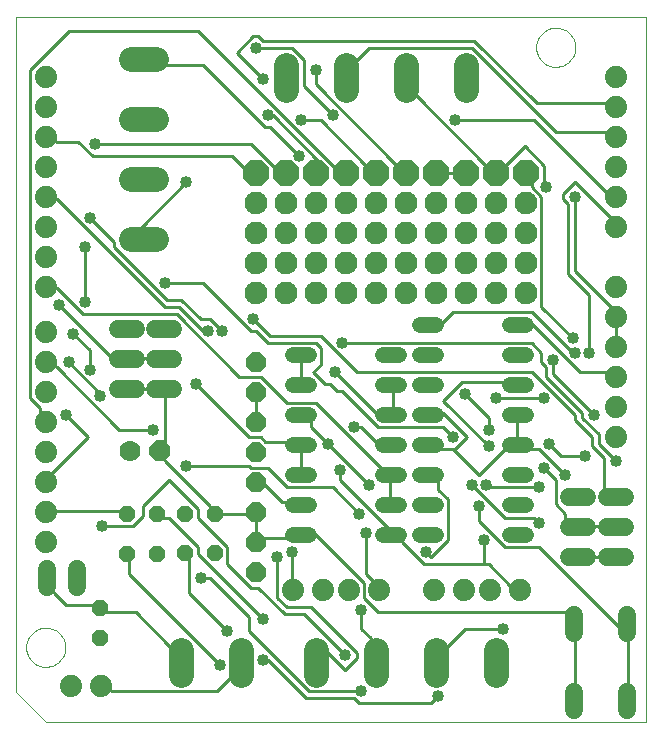
<source format=gtl>
G75*
G70*
%OFA0B0*%
%FSLAX24Y24*%
%IPPOS*%
%LPD*%
%AMOC8*
5,1,8,0,0,1.08239X$1,22.5*
%
%ADD10C,0.0000*%
%ADD11C,0.0740*%
%ADD12C,0.0520*%
%ADD13OC8,0.0700*%
%ADD14C,0.0700*%
%ADD15C,0.0825*%
%ADD16C,0.0600*%
%ADD17OC8,0.0520*%
%ADD18OC8,0.0850*%
%ADD19OC8,0.0660*%
%ADD20C,0.0100*%
%ADD21C,0.0400*%
%ADD22C,0.0760*%
D10*
X001504Y006259D02*
X021504Y006259D01*
X021504Y029759D01*
X000504Y029759D01*
X000504Y007259D01*
X001504Y006259D01*
X000854Y008759D02*
X000856Y008809D01*
X000862Y008859D01*
X000872Y008909D01*
X000885Y008957D01*
X000902Y009005D01*
X000923Y009051D01*
X000947Y009095D01*
X000975Y009137D01*
X001006Y009177D01*
X001040Y009214D01*
X001077Y009249D01*
X001116Y009280D01*
X001157Y009309D01*
X001201Y009334D01*
X001247Y009356D01*
X001294Y009374D01*
X001342Y009388D01*
X001391Y009399D01*
X001441Y009406D01*
X001491Y009409D01*
X001542Y009408D01*
X001592Y009403D01*
X001642Y009394D01*
X001690Y009382D01*
X001738Y009365D01*
X001784Y009345D01*
X001829Y009322D01*
X001872Y009295D01*
X001912Y009265D01*
X001950Y009232D01*
X001985Y009196D01*
X002018Y009157D01*
X002047Y009116D01*
X002073Y009073D01*
X002096Y009028D01*
X002115Y008981D01*
X002130Y008933D01*
X002142Y008884D01*
X002150Y008834D01*
X002154Y008784D01*
X002154Y008734D01*
X002150Y008684D01*
X002142Y008634D01*
X002130Y008585D01*
X002115Y008537D01*
X002096Y008490D01*
X002073Y008445D01*
X002047Y008402D01*
X002018Y008361D01*
X001985Y008322D01*
X001950Y008286D01*
X001912Y008253D01*
X001872Y008223D01*
X001829Y008196D01*
X001784Y008173D01*
X001738Y008153D01*
X001690Y008136D01*
X001642Y008124D01*
X001592Y008115D01*
X001542Y008110D01*
X001491Y008109D01*
X001441Y008112D01*
X001391Y008119D01*
X001342Y008130D01*
X001294Y008144D01*
X001247Y008162D01*
X001201Y008184D01*
X001157Y008209D01*
X001116Y008238D01*
X001077Y008269D01*
X001040Y008304D01*
X001006Y008341D01*
X000975Y008381D01*
X000947Y008423D01*
X000923Y008467D01*
X000902Y008513D01*
X000885Y008561D01*
X000872Y008609D01*
X000862Y008659D01*
X000856Y008709D01*
X000854Y008759D01*
X017854Y028759D02*
X017856Y028809D01*
X017862Y028859D01*
X017872Y028909D01*
X017885Y028957D01*
X017902Y029005D01*
X017923Y029051D01*
X017947Y029095D01*
X017975Y029137D01*
X018006Y029177D01*
X018040Y029214D01*
X018077Y029249D01*
X018116Y029280D01*
X018157Y029309D01*
X018201Y029334D01*
X018247Y029356D01*
X018294Y029374D01*
X018342Y029388D01*
X018391Y029399D01*
X018441Y029406D01*
X018491Y029409D01*
X018542Y029408D01*
X018592Y029403D01*
X018642Y029394D01*
X018690Y029382D01*
X018738Y029365D01*
X018784Y029345D01*
X018829Y029322D01*
X018872Y029295D01*
X018912Y029265D01*
X018950Y029232D01*
X018985Y029196D01*
X019018Y029157D01*
X019047Y029116D01*
X019073Y029073D01*
X019096Y029028D01*
X019115Y028981D01*
X019130Y028933D01*
X019142Y028884D01*
X019150Y028834D01*
X019154Y028784D01*
X019154Y028734D01*
X019150Y028684D01*
X019142Y028634D01*
X019130Y028585D01*
X019115Y028537D01*
X019096Y028490D01*
X019073Y028445D01*
X019047Y028402D01*
X019018Y028361D01*
X018985Y028322D01*
X018950Y028286D01*
X018912Y028253D01*
X018872Y028223D01*
X018829Y028196D01*
X018784Y028173D01*
X018738Y028153D01*
X018690Y028136D01*
X018642Y028124D01*
X018592Y028115D01*
X018542Y028110D01*
X018491Y028109D01*
X018441Y028112D01*
X018391Y028119D01*
X018342Y028130D01*
X018294Y028144D01*
X018247Y028162D01*
X018201Y028184D01*
X018157Y028209D01*
X018116Y028238D01*
X018077Y028269D01*
X018040Y028304D01*
X018006Y028341D01*
X017975Y028381D01*
X017947Y028423D01*
X017923Y028467D01*
X017902Y028513D01*
X017885Y028561D01*
X017872Y028609D01*
X017862Y028659D01*
X017856Y028709D01*
X017854Y028759D01*
D11*
X020504Y027759D03*
X020504Y026759D03*
X020504Y025759D03*
X020504Y024759D03*
X020504Y023759D03*
X020504Y022759D03*
X020504Y020759D03*
X020504Y019759D03*
X020504Y018759D03*
X020504Y017759D03*
X020504Y016759D03*
X020504Y015759D03*
X017304Y010659D03*
X016304Y010659D03*
X015454Y010659D03*
X014454Y010659D03*
X012604Y010659D03*
X011604Y010659D03*
X010754Y010659D03*
X009754Y010659D03*
X003354Y007459D03*
X002354Y007459D03*
X001504Y012259D03*
X001504Y013259D03*
X001504Y014259D03*
X001504Y015259D03*
X001504Y016259D03*
X001504Y017259D03*
X001504Y018259D03*
X001504Y019259D03*
X001504Y020759D03*
X001504Y021759D03*
X001504Y022759D03*
X001504Y023759D03*
X001504Y024759D03*
X001504Y025759D03*
X001504Y026759D03*
X001504Y027759D03*
D12*
X009744Y018509D02*
X010264Y018509D01*
X010264Y017509D02*
X009744Y017509D01*
X009744Y016509D02*
X010264Y016509D01*
X010264Y015509D02*
X009744Y015509D01*
X009744Y014509D02*
X010264Y014509D01*
X010264Y013509D02*
X009744Y013509D01*
X009744Y012509D02*
X010264Y012509D01*
X012744Y012509D02*
X013264Y012509D01*
X013994Y012509D02*
X014514Y012509D01*
X014514Y013509D02*
X013994Y013509D01*
X013264Y013509D02*
X012744Y013509D01*
X012744Y014509D02*
X013264Y014509D01*
X013994Y014509D02*
X014514Y014509D01*
X014514Y015509D02*
X013994Y015509D01*
X013264Y015509D02*
X012744Y015509D01*
X012744Y016509D02*
X013264Y016509D01*
X013994Y016509D02*
X014514Y016509D01*
X014514Y017509D02*
X013994Y017509D01*
X013264Y017509D02*
X012744Y017509D01*
X012744Y018509D02*
X013264Y018509D01*
X013994Y018509D02*
X014514Y018509D01*
X014514Y019509D02*
X013994Y019509D01*
X016994Y019509D02*
X017514Y019509D01*
X017514Y018509D02*
X016994Y018509D01*
X016994Y017509D02*
X017514Y017509D01*
X017514Y016509D02*
X016994Y016509D01*
X016994Y015509D02*
X017514Y015509D01*
X017514Y014509D02*
X016994Y014509D01*
X016994Y013509D02*
X017514Y013509D01*
X017514Y012509D02*
X016994Y012509D01*
D13*
X005304Y015309D03*
D14*
X004304Y015309D03*
D15*
X006004Y008671D02*
X006004Y007846D01*
X008004Y007846D02*
X008004Y008671D01*
X010504Y008671D02*
X010504Y007846D01*
X012504Y007846D02*
X012504Y008671D01*
X014504Y008671D02*
X014504Y007846D01*
X016504Y007846D02*
X016504Y008671D01*
X005166Y022359D02*
X004341Y022359D01*
X004341Y024359D02*
X005166Y024359D01*
X005166Y026359D02*
X004341Y026359D01*
X004341Y028359D02*
X005166Y028359D01*
X009504Y028171D02*
X009504Y027346D01*
X011504Y027346D02*
X011504Y028171D01*
X013504Y028171D02*
X013504Y027346D01*
X015504Y027346D02*
X015504Y028171D01*
D16*
X005754Y019359D02*
X005154Y019359D01*
X004504Y019359D02*
X003904Y019359D01*
X003904Y018359D02*
X004504Y018359D01*
X005154Y018359D02*
X005754Y018359D01*
X005754Y017359D02*
X005154Y017359D01*
X004504Y017359D02*
X003904Y017359D01*
X002554Y011359D02*
X002554Y010759D01*
X001554Y010759D02*
X001554Y011359D01*
X018954Y011759D02*
X019554Y011759D01*
X020204Y011759D02*
X020804Y011759D01*
X020804Y012759D02*
X020204Y012759D01*
X019554Y012759D02*
X018954Y012759D01*
X018954Y013759D02*
X019554Y013759D01*
X020204Y013759D02*
X020804Y013759D01*
X020894Y009839D02*
X020894Y009239D01*
X020894Y007279D02*
X020894Y006679D01*
X019114Y006679D02*
X019114Y007279D01*
X019114Y009239D02*
X019114Y009839D01*
D17*
X007154Y011909D03*
X006154Y011909D03*
X005204Y011859D03*
X004204Y011859D03*
X004204Y013209D03*
X005204Y013209D03*
X006154Y013209D03*
X007154Y013209D03*
X003304Y010059D03*
X003304Y009059D03*
D18*
X008504Y024559D03*
X009504Y024559D03*
X010504Y024559D03*
X011504Y024559D03*
X012504Y024559D03*
X013504Y024559D03*
X014504Y024559D03*
X015504Y024559D03*
X016504Y024559D03*
X017504Y024559D03*
D19*
X008504Y018259D03*
X008504Y017259D03*
X008504Y016259D03*
X008504Y015259D03*
X008504Y014259D03*
X008504Y013259D03*
X008504Y012259D03*
X008504Y011259D03*
D20*
X008584Y010739D02*
X008344Y010739D01*
X007544Y011539D01*
X007544Y012099D01*
X006584Y013059D01*
X006584Y013379D01*
X005624Y014339D01*
X004744Y013459D01*
X004744Y013139D01*
X004424Y012819D01*
X003384Y012819D01*
X004024Y013299D02*
X004204Y013209D01*
X004024Y013299D02*
X001864Y013299D01*
X001504Y013259D01*
X001504Y014259D02*
X001704Y014579D01*
X002904Y015779D01*
X002184Y016499D01*
X001504Y016259D02*
X001304Y016579D01*
X001304Y016739D01*
X000984Y017059D01*
X000984Y028019D01*
X002264Y029299D01*
X006584Y029299D01*
X011144Y024739D01*
X011504Y024559D01*
X012184Y024819D02*
X012504Y024559D01*
X012184Y024819D02*
X010664Y026339D01*
X010024Y026339D01*
X011064Y026499D02*
X010104Y027459D01*
X010104Y028339D01*
X009704Y028739D01*
X008504Y028739D01*
X008744Y028979D02*
X008584Y029139D01*
X008424Y029139D01*
X007864Y028579D01*
X008744Y027699D01*
X008904Y026499D02*
X009064Y026499D01*
X010584Y024979D01*
X010504Y024559D01*
X009944Y025139D02*
X008984Y026099D01*
X008824Y026099D01*
X006744Y028179D01*
X005544Y028179D01*
X004754Y028359D01*
X003144Y025539D02*
X008344Y025539D01*
X009144Y024739D01*
X009504Y024559D01*
X008504Y024559D02*
X008104Y024739D01*
X007704Y025139D01*
X003064Y025139D01*
X002584Y025619D01*
X001864Y025619D01*
X001504Y025759D01*
X001504Y023759D02*
X001864Y023699D01*
X005464Y020099D01*
X005944Y020099D01*
X006744Y019299D01*
X006904Y019299D01*
X006984Y019699D02*
X006664Y019699D01*
X006024Y020339D01*
X005544Y020339D01*
X003784Y022099D01*
X003784Y022259D01*
X002984Y023059D01*
X002824Y022099D02*
X002824Y020259D01*
X002744Y019859D02*
X001864Y020739D01*
X001504Y020759D01*
X001944Y020179D02*
X003624Y018499D01*
X004204Y018359D01*
X004744Y018419D01*
X004904Y018419D01*
X005454Y018359D01*
X005454Y017359D02*
X004904Y017379D01*
X004744Y017379D01*
X004204Y017359D01*
X003304Y017219D02*
X002264Y018259D01*
X001864Y018099D02*
X001504Y018259D01*
X001864Y018099D02*
X003944Y016019D01*
X005064Y016019D01*
X005464Y015619D02*
X005304Y015309D01*
X005464Y014979D01*
X006984Y013459D01*
X006984Y013379D01*
X007154Y013209D01*
X007384Y013219D01*
X008184Y013219D01*
X008504Y013259D01*
X008504Y012259D01*
X008744Y012419D01*
X009544Y012419D01*
X010004Y012509D01*
X010504Y012499D01*
X012104Y010899D01*
X012104Y010419D01*
X012584Y009939D01*
X018824Y009939D01*
X019114Y009539D01*
X019144Y008979D01*
X019144Y007539D01*
X019114Y006979D01*
X020894Y006979D02*
X020904Y007539D01*
X020904Y008979D01*
X020894Y009539D01*
X020664Y009379D01*
X017944Y012099D01*
X016824Y012099D01*
X015944Y012979D01*
X015944Y013459D01*
X016264Y014099D02*
X016184Y014179D01*
X016264Y014099D02*
X017944Y014099D01*
X018504Y014339D02*
X018104Y014739D01*
X018504Y014339D02*
X018504Y013539D01*
X018824Y013219D01*
X018824Y012979D01*
X019254Y012759D01*
X019784Y012819D01*
X019944Y012819D01*
X020504Y012759D01*
X020504Y013759D02*
X020104Y014019D01*
X020104Y015059D01*
X019704Y015459D01*
X019704Y015779D01*
X019144Y016339D01*
X019144Y016499D01*
X017704Y017939D01*
X011864Y017939D01*
X010664Y019139D01*
X008984Y019139D01*
X008424Y019699D01*
X008344Y019299D02*
X008504Y019299D01*
X008904Y018899D01*
X010504Y018899D01*
X010664Y018739D01*
X010664Y018179D01*
X010424Y017939D01*
X010824Y017539D01*
X010984Y017539D01*
X011224Y017299D01*
X011384Y017299D01*
X012584Y016099D01*
X014744Y016099D01*
X015064Y015779D01*
X015064Y015379D02*
X014744Y015379D01*
X014254Y015509D01*
X015064Y015379D02*
X015944Y014499D01*
X016824Y015379D01*
X017254Y015509D01*
X017704Y015379D01*
X017944Y015379D01*
X018824Y014499D01*
X018664Y015139D02*
X018264Y015539D01*
X018664Y015139D02*
X019464Y015139D01*
X019944Y015539D02*
X019944Y015859D01*
X019384Y016419D01*
X019384Y016579D01*
X018184Y017779D01*
X018184Y018099D01*
X018024Y018259D01*
X018024Y018579D01*
X017704Y018899D01*
X011384Y018899D01*
X011144Y017939D02*
X012504Y016579D01*
X013004Y016509D01*
X013064Y016739D01*
X013064Y017299D01*
X013004Y017509D01*
X012024Y016099D02*
X011784Y016099D01*
X012024Y016099D02*
X012504Y015619D01*
X013004Y015509D01*
X012664Y014739D02*
X013004Y014509D01*
X012984Y014259D01*
X012984Y013699D01*
X013004Y013509D01*
X012904Y012739D02*
X013004Y012509D01*
X013384Y012339D01*
X013384Y012259D01*
X014104Y011539D01*
X016104Y011539D01*
X016104Y012339D01*
X016104Y011539D02*
X016264Y011539D01*
X016984Y010819D01*
X017304Y010659D01*
X016744Y009379D02*
X015464Y009379D01*
X014904Y008819D01*
X014504Y008259D01*
X014584Y007139D02*
X014344Y006899D01*
X011944Y006899D01*
X011784Y007059D01*
X010184Y007059D01*
X008904Y008339D01*
X008744Y008339D01*
X008004Y008259D02*
X007624Y007699D01*
X007224Y007299D01*
X003704Y007299D01*
X003354Y007459D01*
X003544Y009939D02*
X003304Y010059D01*
X003064Y010179D01*
X002184Y010179D01*
X001784Y010579D01*
X001554Y011059D01*
X003544Y009939D02*
X004504Y009939D01*
X005624Y008819D01*
X006004Y008259D01*
X007304Y008179D02*
X004264Y011219D01*
X004264Y011619D01*
X004204Y011859D01*
X005204Y013209D02*
X005384Y013059D01*
X005624Y013059D01*
X006584Y012099D01*
X006584Y011859D01*
X008744Y009699D01*
X008264Y009779D02*
X008264Y009299D01*
X010264Y007299D01*
X012024Y007299D01*
X011464Y008019D02*
X010904Y008579D01*
X010504Y008259D01*
X011464Y008499D02*
X010104Y009859D01*
X009464Y009859D01*
X008584Y010739D01*
X009224Y010419D02*
X009544Y010099D01*
X010344Y010099D01*
X011864Y008579D01*
X011864Y008419D01*
X011464Y008019D01*
X012504Y008259D02*
X012344Y009059D01*
X012024Y009379D01*
X012024Y010019D01*
X012604Y010659D02*
X012424Y010979D01*
X012184Y011219D01*
X012184Y012579D01*
X011944Y013219D02*
X011064Y014099D01*
X009544Y014099D01*
X008904Y014739D01*
X008344Y014739D01*
X008264Y014819D01*
X006184Y014819D01*
X005464Y015619D02*
X005464Y017139D01*
X005454Y017359D01*
X006504Y017539D02*
X008264Y015779D01*
X008664Y015779D01*
X008824Y015619D01*
X009544Y015619D01*
X010004Y015509D01*
X010024Y015299D01*
X010024Y014739D01*
X010004Y014509D01*
X010004Y013509D02*
X009544Y013619D01*
X009384Y013619D01*
X008824Y014179D01*
X008504Y014259D01*
X008504Y016259D02*
X008504Y017259D01*
X008664Y017779D02*
X007944Y017779D01*
X005864Y019859D01*
X002744Y019859D01*
X002424Y019219D02*
X002984Y018659D01*
X002984Y018019D01*
X003304Y017219D02*
X003304Y017139D01*
X005464Y020899D02*
X006744Y020899D01*
X008344Y019299D01*
X007384Y019299D02*
X006984Y019699D01*
X008664Y017779D02*
X009544Y016899D01*
X010504Y016899D01*
X012664Y014739D01*
X012264Y014179D02*
X010904Y015539D01*
X010344Y016099D01*
X010344Y016259D01*
X010004Y016509D01*
X010004Y017509D02*
X010024Y017699D01*
X010024Y018259D01*
X010004Y018509D01*
X011304Y014659D02*
X011304Y014339D01*
X012904Y012739D01*
X014184Y011939D02*
X014344Y011779D01*
X014904Y012339D01*
X014904Y013699D01*
X014584Y014019D01*
X014584Y014259D01*
X014254Y014509D01*
X015064Y015379D02*
X015144Y015379D01*
X015544Y015779D01*
X014744Y016579D01*
X014254Y016509D01*
X014744Y016979D02*
X016264Y015459D01*
X016264Y016019D02*
X016264Y016419D01*
X015464Y017219D01*
X015384Y017619D02*
X014744Y016979D01*
X015384Y017619D02*
X016744Y017619D01*
X017254Y017509D01*
X016504Y017059D02*
X018104Y017059D01*
X018424Y017859D02*
X019784Y016499D01*
X019944Y015539D02*
X020504Y014979D01*
X020504Y017759D02*
X020184Y017939D01*
X019304Y017939D01*
X017704Y019539D01*
X017254Y019509D01*
X017704Y019939D02*
X015064Y019939D01*
X014744Y019619D01*
X014254Y019509D01*
X017254Y016509D02*
X017224Y016259D01*
X017224Y015699D01*
X017254Y015509D01*
X015704Y014179D02*
X016824Y013059D01*
X017784Y013059D01*
X017944Y012899D01*
X019254Y011759D02*
X019784Y011779D01*
X019944Y011779D01*
X020504Y011759D01*
X018424Y017859D02*
X018424Y018339D01*
X019064Y018579D02*
X017704Y019939D01*
X018024Y020099D02*
X019064Y019059D01*
X019064Y018579D02*
X019144Y018579D01*
X019624Y018579D02*
X019624Y020499D01*
X018904Y021219D01*
X018904Y023539D01*
X018744Y023699D01*
X018744Y023859D01*
X019144Y024259D01*
X020344Y023059D01*
X020504Y022759D01*
X020504Y023759D02*
X020184Y023939D01*
X017784Y026339D01*
X015144Y026339D01*
X013864Y027139D02*
X016184Y024819D01*
X016504Y024559D01*
X016824Y024819D01*
X017464Y025459D01*
X018104Y024819D01*
X018104Y024179D01*
X018184Y024099D01*
X018024Y023779D02*
X018024Y020099D01*
X019144Y021299D02*
X020344Y020099D01*
X020504Y019759D01*
X020504Y018759D01*
X019144Y021299D02*
X019144Y023779D01*
X018024Y023779D02*
X017704Y024099D01*
X017704Y024179D01*
X017504Y024559D01*
X018504Y025939D02*
X015704Y028739D01*
X012264Y028739D01*
X011864Y028339D01*
X011504Y027759D01*
X010504Y027539D02*
X013224Y024819D01*
X013504Y024559D01*
X014504Y024559D02*
X014904Y024579D01*
X015144Y024579D01*
X015504Y024559D01*
X013864Y027139D02*
X013504Y027759D01*
X015784Y028979D02*
X008744Y028979D01*
X010504Y028019D02*
X010504Y027539D01*
X006184Y024259D02*
X004664Y022739D01*
X004754Y022359D01*
X006154Y011909D02*
X006264Y011699D01*
X006264Y010579D01*
X007544Y009299D01*
X008264Y009779D02*
X006984Y011059D01*
X006664Y011059D01*
X009224Y010419D02*
X009224Y011779D01*
X009704Y011939D02*
X009704Y010979D01*
X009754Y010659D01*
X018504Y025939D02*
X020184Y025939D01*
X020504Y025759D01*
X020504Y026759D02*
X020184Y026899D01*
X017864Y026899D01*
X015784Y028979D01*
D21*
X015144Y026339D03*
X018184Y024099D03*
X019144Y023779D03*
X019064Y019059D03*
X019144Y018579D03*
X019624Y018579D03*
X018424Y018339D03*
X018104Y017059D03*
X018264Y015539D03*
X018104Y014739D03*
X017944Y014099D03*
X018824Y014499D03*
X019464Y015139D03*
X020504Y014979D03*
X019784Y016499D03*
X017944Y012899D03*
X016104Y012339D03*
X015944Y013459D03*
X016184Y014179D03*
X015704Y014179D03*
X016264Y015459D03*
X016264Y016019D03*
X016504Y017059D03*
X015464Y017219D03*
X015064Y015779D03*
X012264Y014179D03*
X011944Y013219D03*
X012184Y012579D03*
X011304Y014659D03*
X010904Y015539D03*
X011784Y016099D03*
X011144Y017939D03*
X011384Y018899D03*
X008424Y019699D03*
X007384Y019299D03*
X006904Y019299D03*
X006504Y017539D03*
X005064Y016019D03*
X006184Y014819D03*
X003384Y012819D03*
X002184Y016499D03*
X003304Y017139D03*
X002984Y018019D03*
X002264Y018259D03*
X002424Y019219D03*
X001944Y020179D03*
X002824Y020259D03*
X002824Y022099D03*
X002984Y023059D03*
X003144Y025539D03*
X006184Y024259D03*
X005464Y020899D03*
X008904Y026499D03*
X008744Y027699D03*
X008504Y028739D03*
X010024Y026339D03*
X011064Y026499D03*
X010504Y028019D03*
X009944Y025139D03*
X009704Y011939D03*
X009224Y011779D03*
X008744Y009699D03*
X008744Y008339D03*
X007544Y009299D03*
X007304Y008179D03*
X006664Y011059D03*
X011464Y008499D03*
X012024Y007299D03*
X012024Y010019D03*
X014184Y011939D03*
X016744Y009379D03*
X014584Y007139D03*
D22*
X014504Y020559D03*
X014504Y021559D03*
X014504Y022559D03*
X014504Y023559D03*
X015504Y023559D03*
X015504Y022559D03*
X015504Y021559D03*
X015504Y020559D03*
X016504Y020559D03*
X016504Y021559D03*
X016504Y022559D03*
X016504Y023559D03*
X017504Y023559D03*
X017504Y022559D03*
X017504Y021559D03*
X017504Y020559D03*
X013504Y020559D03*
X013504Y021559D03*
X013504Y022559D03*
X013504Y023559D03*
X012504Y023559D03*
X012504Y022559D03*
X012504Y021559D03*
X012504Y020559D03*
X011504Y020559D03*
X011504Y021559D03*
X011504Y022559D03*
X011504Y023559D03*
X010504Y023559D03*
X010504Y022559D03*
X010504Y021559D03*
X010504Y020559D03*
X009504Y020559D03*
X009504Y021559D03*
X009504Y022559D03*
X009504Y023559D03*
X008504Y023559D03*
X008504Y022559D03*
X008504Y021559D03*
X008504Y020559D03*
M02*

</source>
